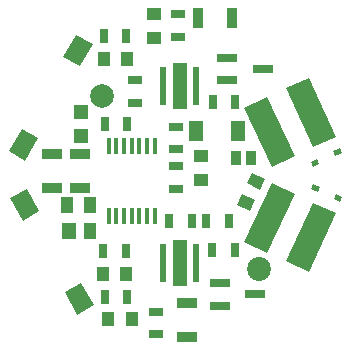
<source format=gts>
G04 #@! TF.FileFunction,Soldermask,Top*
%FSLAX46Y46*%
G04 Gerber Fmt 4.6, Leading zero omitted, Abs format (unit mm)*
G04 Created by KiCad (PCBNEW (2015-11-29 BZR 6336, Git 7b0d981)-product) date Po 7. prosinec 2015, 17:54:50 CET*
%MOMM*%
G01*
G04 APERTURE LIST*
%ADD10C,0.100000*%
%ADD11R,1.198880X1.399540*%
%ADD12R,1.000760X1.399540*%
%ADD13R,1.198880X1.198880*%
%ADD14R,0.500000X3.300000*%
%ADD15R,1.300000X4.000000*%
%ADD16R,0.965200X1.270000*%
%ADD17R,1.800860X0.800100*%
%ADD18R,1.000000X1.250000*%
%ADD19R,1.250000X1.000000*%
%ADD20R,0.700000X1.300000*%
%ADD21R,1.300000X0.700000*%
%ADD22R,0.900000X1.700000*%
%ADD23R,1.300480X1.699260*%
%ADD24R,1.700000X0.900000*%
%ADD25R,0.450000X1.450000*%
%ADD26C,2.020000*%
%ADD27C,2.000000*%
G04 APERTURE END LIST*
D10*
D11*
X103675180Y-102293420D03*
D12*
X105394760Y-102293420D03*
X105394760Y-100093780D03*
X103494840Y-100093780D03*
D13*
X104648000Y-92168980D03*
X104648000Y-94267020D03*
D14*
X114430000Y-90043000D03*
X111630000Y-90043000D03*
D15*
X113030000Y-90043000D03*
D14*
X114430000Y-105029000D03*
X111630000Y-105029000D03*
D15*
X113030000Y-105029000D03*
D10*
G36*
X124296773Y-96837254D02*
X124106595Y-96429415D01*
X124641317Y-96180070D01*
X124831495Y-96587909D01*
X124296773Y-96837254D01*
X124296773Y-96837254D01*
G37*
G36*
X126209083Y-95945530D02*
X126018905Y-95537691D01*
X126553627Y-95288346D01*
X126743805Y-95696185D01*
X126209083Y-95945530D01*
X126209083Y-95945530D01*
G37*
D16*
X119100600Y-96062800D03*
X117830600Y-96062800D03*
D17*
X117066060Y-87594400D03*
X117066060Y-89494400D03*
X120068340Y-88544400D03*
X116405660Y-106695200D03*
X116405660Y-108595200D03*
X119407940Y-107645200D03*
D10*
G36*
X104263404Y-85654171D02*
X105649044Y-86454171D01*
X104559044Y-88342107D01*
X103173404Y-87542107D01*
X104263404Y-85654171D01*
X104263404Y-85654171D01*
G37*
G36*
X99656956Y-93623493D02*
X101042596Y-94423493D01*
X99952596Y-96311429D01*
X98566956Y-95511429D01*
X99656956Y-93623493D01*
X99656956Y-93623493D01*
G37*
G36*
X105746626Y-108569349D02*
X104360986Y-109369349D01*
X103270986Y-107481413D01*
X104656626Y-106681413D01*
X105746626Y-108569349D01*
X105746626Y-108569349D01*
G37*
G36*
X101148214Y-100595387D02*
X99762574Y-101395387D01*
X98672574Y-99507451D01*
X100058214Y-98707451D01*
X101148214Y-100595387D01*
X101148214Y-100595387D01*
G37*
G36*
X119007715Y-100581998D02*
X117874831Y-100053725D01*
X118297449Y-99147418D01*
X119430333Y-99675691D01*
X119007715Y-100581998D01*
X119007715Y-100581998D01*
G37*
G36*
X119852951Y-98769382D02*
X118720067Y-98241109D01*
X119142685Y-97334802D01*
X120275569Y-97863075D01*
X119852951Y-98769382D01*
X119852951Y-98769382D01*
G37*
D18*
X108594400Y-87680800D03*
X106594400Y-87680800D03*
X108950000Y-109728000D03*
X106950000Y-109728000D03*
D19*
X114858800Y-95926400D03*
X114858800Y-97926400D03*
D20*
X114030800Y-101447600D03*
X112130800Y-101447600D03*
X117739200Y-91389200D03*
X115839200Y-91389200D03*
X106542800Y-103987600D03*
X108442800Y-103987600D03*
X108595200Y-107848400D03*
X106695200Y-107848400D03*
X108506300Y-85750400D03*
X106606300Y-85750400D03*
D21*
X112877600Y-83936800D03*
X112877600Y-85836800D03*
X112674400Y-96789200D03*
X112674400Y-98689200D03*
X112674400Y-93436400D03*
X112674400Y-95336400D03*
D20*
X117180400Y-101447600D03*
X115280400Y-101447600D03*
X117688400Y-103886000D03*
X115788400Y-103886000D03*
D21*
X111048800Y-111033600D03*
X111048800Y-109133600D03*
D20*
X106695200Y-93218000D03*
X108595200Y-93218000D03*
D10*
G36*
X120815918Y-96827430D02*
X118491898Y-91843553D01*
X120439408Y-90935414D01*
X122763428Y-95919291D01*
X120815918Y-96827430D01*
X120815918Y-96827430D01*
G37*
G36*
X124314992Y-95195786D02*
X121990972Y-90211909D01*
X123938482Y-89303770D01*
X126262502Y-94287647D01*
X124314992Y-95195786D01*
X124314992Y-95195786D01*
G37*
G36*
X118491898Y-103228447D02*
X120815918Y-98244570D01*
X122763428Y-99152709D01*
X120439408Y-104136586D01*
X118491898Y-103228447D01*
X118491898Y-103228447D01*
G37*
G36*
X121990972Y-104860091D02*
X124314992Y-99876214D01*
X126262502Y-100784353D01*
X123938482Y-105768230D01*
X121990972Y-104860091D01*
X121990972Y-104860091D01*
G37*
D22*
X114577200Y-84277200D03*
X117477200Y-84277200D03*
D18*
X108492800Y-105918000D03*
X106492800Y-105918000D03*
D19*
X110807500Y-85937600D03*
X110807500Y-83937600D03*
D10*
G36*
X124157395Y-98693385D02*
X124347573Y-98285546D01*
X124882295Y-98534891D01*
X124692117Y-98942730D01*
X124157395Y-98693385D01*
X124157395Y-98693385D01*
G37*
G36*
X126069705Y-99585109D02*
X126259883Y-99177270D01*
X126794605Y-99426615D01*
X126604427Y-99834454D01*
X126069705Y-99585109D01*
X126069705Y-99585109D01*
G37*
D23*
X114429540Y-93827600D03*
X117929660Y-93827600D03*
D21*
X109232700Y-91424800D03*
X109232700Y-89524800D03*
D24*
X113639600Y-108379600D03*
X113639600Y-111279600D03*
D25*
X110916000Y-95094000D03*
X110266000Y-95094000D03*
X109616000Y-95094000D03*
X108966000Y-95094000D03*
X108316000Y-95094000D03*
X107666000Y-95094000D03*
X107016000Y-95094000D03*
X107016000Y-100994000D03*
X107666000Y-100994000D03*
X108316000Y-100994000D03*
X108966000Y-100994000D03*
X109616000Y-100994000D03*
X110266000Y-100994000D03*
X110916000Y-100994000D03*
D24*
X104546400Y-98630400D03*
X104546400Y-95730400D03*
X102209600Y-95730400D03*
X102209600Y-98630400D03*
D26*
X119735600Y-105460800D03*
D27*
X106476800Y-90881200D03*
M02*

</source>
